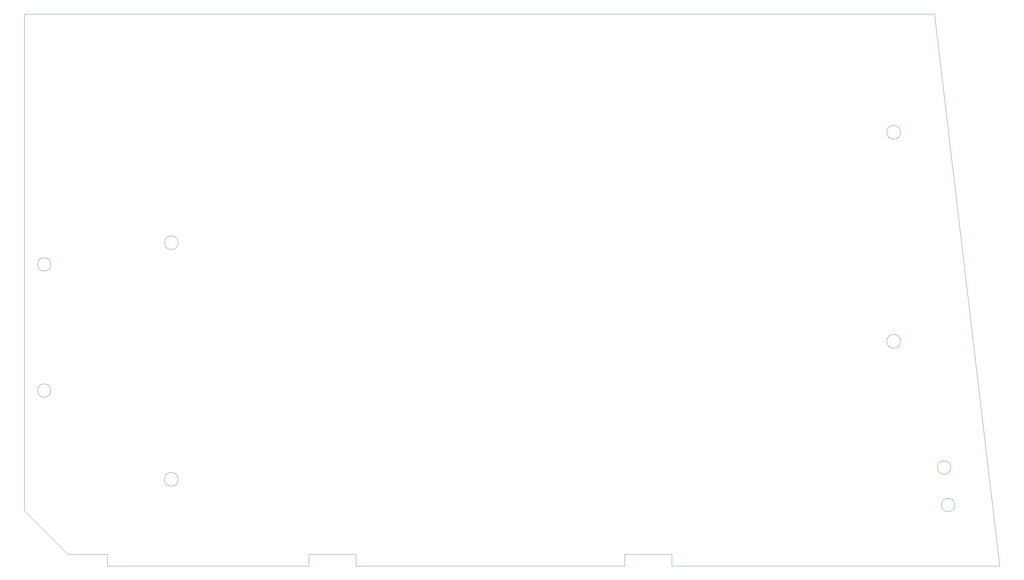
<source format=gbr>
%TF.GenerationSoftware,KiCad,Pcbnew,(5.1.10)-1*%
%TF.CreationDate,2021-06-29T11:34:31+10:00*%
%TF.ProjectId,psu-board,7073752d-626f-4617-9264-2e6b69636164,rev?*%
%TF.SameCoordinates,Original*%
%TF.FileFunction,Profile,NP*%
%FSLAX46Y46*%
G04 Gerber Fmt 4.6, Leading zero omitted, Abs format (unit mm)*
G04 Created by KiCad (PCBNEW (5.1.10)-1) date 2021-06-29 11:34:31*
%MOMM*%
%LPD*%
G01*
G04 APERTURE LIST*
%TA.AperFunction,Profile*%
%ADD10C,0.050000*%
%TD*%
G04 APERTURE END LIST*
D10*
X36703000Y20320000D02*
X36449000Y20447000D01*
X221950000Y57000000D02*
G75*
G03*
X221950000Y57000000I-1750000J0D01*
G01*
X221950000Y110000000D02*
G75*
G03*
X221950000Y110000000I-1750000J0D01*
G01*
X38950000Y82000000D02*
G75*
G03*
X38950000Y82000000I-1750000J0D01*
G01*
X38950000Y22000000D02*
G75*
G03*
X38950000Y22000000I-1750000J0D01*
G01*
X247000000Y0D02*
X230500000Y140000000D01*
X0Y14000000D02*
X0Y140000000D01*
X72000000Y0D02*
X21000000Y0D01*
X152000000Y0D02*
X84000000Y0D01*
X247000000Y0D02*
X164000000Y0D01*
X11000000Y3000000D02*
X0Y14000000D01*
X21000000Y3000000D02*
X11000000Y3000000D01*
X21000000Y0D02*
X21000000Y3000000D01*
X164000000Y0D02*
X164000000Y3000000D01*
X152000000Y3000000D02*
X164000000Y3000000D01*
X152000000Y3000000D02*
X152000000Y0D01*
X84000000Y3000000D02*
X84000000Y0D01*
X72000000Y3000000D02*
X84000000Y3000000D01*
X72000000Y0D02*
X72000000Y3000000D01*
X234700000Y25000000D02*
G75*
G03*
X234700000Y25000000I-1700000J0D01*
G01*
X235700000Y15500000D02*
G75*
G03*
X235700000Y15500000I-1700000J0D01*
G01*
X6700000Y76500000D02*
G75*
G03*
X6700000Y76500000I-1700000J0D01*
G01*
X6700000Y44500000D02*
G75*
G03*
X6700000Y44500000I-1700000J0D01*
G01*
X0Y140000000D02*
X230500000Y140000000D01*
M02*

</source>
